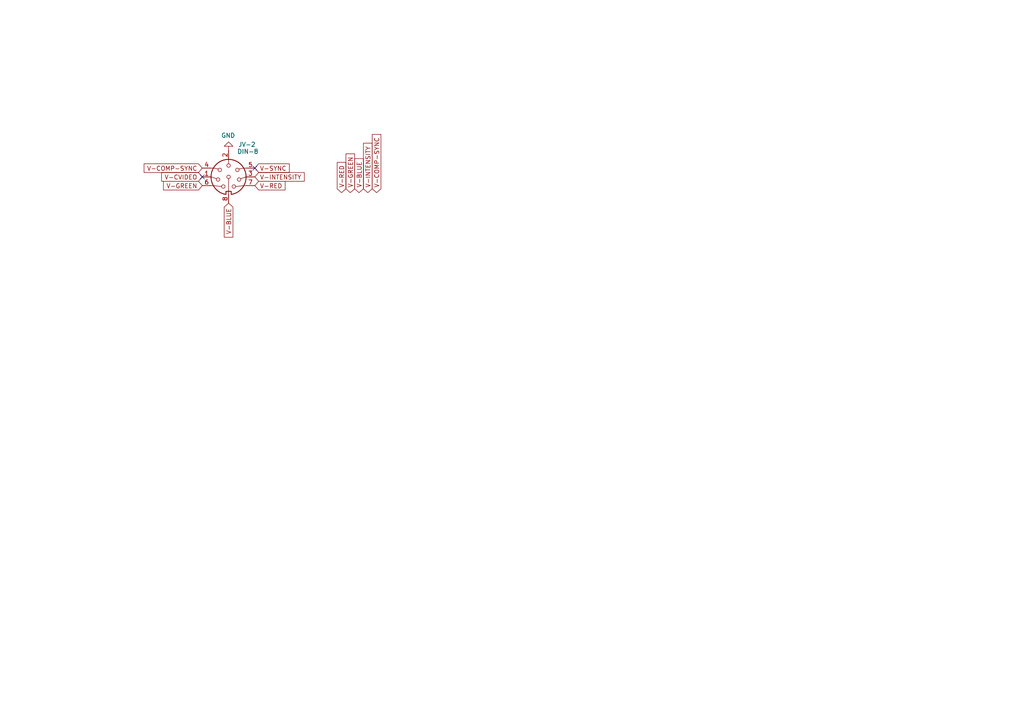
<source format=kicad_sch>
(kicad_sch (version 20230121) (generator eeschema)
  (paper "A4")
  (lib_symbols
    (symbol "Connector:DIN-8" (pin_names (offset 1.016))
      (property "Reference" "J" (at 3.175 5.715 0))
      (property "Value" "DIN-8" (at 2.032 -5.842 0))
      (symbol "DIN-8_0_1"
        (arc (start -5.08 0) (mid -3.8609 -3.3364) (end -0.762 -5.08) (stroke (width 0.254)))
        (circle (center -3.048 -0.762) (radius 0.508))
        (circle (center -2.54 2.032) (radius 0.508))
        (circle (center -1.524 -2.794) (radius 0.508))
        (polyline (pts (xy -5.08 0) (xy -3.556 -0.508)))
        (polyline (pts (xy 0 -0.508) (xy 0 -5.08)))
        (polyline (pts (xy 0 5.08) (xy 0 3.81)))
        (polyline (pts (xy 5.08 0) (xy 3.556 -0.508)))
        (polyline (pts (xy -5.08 -2.54) (xy -4.318 -2.54) (xy -2.032 -2.794)))
        (polyline (pts (xy -5.08 2.54) (xy -4.318 2.54) (xy -3.048 2.286)))
        (polyline (pts (xy 5.08 -2.54) (xy 4.318 -2.54) (xy 2.032 -2.794)))
        (polyline (pts (xy 5.08 2.54) (xy 4.318 2.54) (xy 3.048 2.286)))
        (polyline (pts (xy -0.762 -4.953) (xy -0.762 -4.191) (xy 0.762 -4.191) (xy 0.762 -4.953)) (stroke (width 0.254)))
        (circle (center 0 0) (radius 0.508))
        (circle (center 0 3.302) (radius 0.508))
        (arc (start 0.762 -5.08) (mid 3.8685 -3.343) (end 5.08 0) (stroke (width 0.254)))
        (circle (center 1.524 -2.794) (radius 0.508))
        (circle (center 2.54 2.032) (radius 0.508))
        (circle (center 3.048 -0.762) (radius 0.508))
        (arc (start 5.08 0) (mid 0 5.0579) (end -5.08 0) (stroke (width 0.254)))
      )
      (symbol "DIN-8_1_1"
        (pin passive line (at -7.62 0 0) (length 2.54) (name "~") (number "1"))
        (pin passive line (at 0 7.62 270) (length 2.54) (name "~") (number "2"))
        (pin passive line (at 7.62 0 180) (length 2.54) (name "~") (number "3"))
        (pin passive line (at -7.62 2.54 0) (length 2.54) (name "~") (number "4"))
        (pin passive line (at 7.62 2.54 180) (length 2.54) (name "~") (number "5"))
        (pin passive line (at -7.62 -2.54 0) (length 2.54) (name "~") (number "6"))
        (pin passive line (at 7.62 -2.54 180) (length 2.54) (name "~") (number "7"))
        (pin passive line (at 0 -7.62 90) (length 2.54) (name "~") (number "8"))
      )
    )
    (symbol "power:GND" (power) (pin_names (offset 0))
      (property "Value" "GND" (at 0 -3.81 0))
      (symbol "GND_0_1"
        (polyline (pts (xy 0 0) (xy 0 -1.27) (xy 1.27 -1.27) (xy 0 -2.54) (xy -1.27 -1.27) (xy 0 -1.27)))
      )
      (symbol "GND_1_1"
        (pin power_in line (at 0 0 270) (length 0) hide (name "GND") (number "1"))
      )
    )
  )
  (no_connect (at 58.674 51.308))
  (no_connect (at 73.914 48.768))
  (global_label "V-BLUE" (shape input) (at 104.14 55.88 90) (property "Intersheetrefs" "${INTERSHEET_REFS}" (effects hide)))
  (global_label "V-INTENSITY" (shape input) (at 73.914 51.308 0) (property "Intersheetrefs" "${INTERSHEET_REFS}" (effects hide)))
  (global_label "V-RED" (shape input) (at 99.06 55.88 90) (property "Intersheetrefs" "${INTERSHEET_REFS}" (effects hide)))
  (global_label "V-INTENSITY" (shape input) (at 106.68 55.88 90) (property "Intersheetrefs" "${INTERSHEET_REFS}" (effects hide)))
  (global_label "V-GREEN" (shape input) (at 101.6 55.88 90) (property "Intersheetrefs" "${INTERSHEET_REFS}" (effects hide)))
  (global_label "V-RED" (shape input) (at 73.914 53.848 0) (property "Intersheetrefs" "${INTERSHEET_REFS}" (effects hide)))
  (global_label "V-COMP-SYNC" (shape input) (at 109.22 55.88 90) (property "Intersheetrefs" "${INTERSHEET_REFS}" (effects hide)))
  (global_label "V-SYNC" (shape input) (at 73.914 48.768 0) (property "Intersheetrefs" "${INTERSHEET_REFS}" (effects hide)))
  (global_label "V-COMP-SYNC" (shape input) (at 58.674 48.768 180) (property "Intersheetrefs" "${INTERSHEET_REFS}" (effects hide)))
  (global_label "V-BLUE" (shape input) (at 66.294 58.928 270) (property "Intersheetrefs" "${INTERSHEET_REFS}" (effects hide)))
  (global_label "V-GREEN" (shape input) (at 58.674 53.848 180) (property "Intersheetrefs" "${INTERSHEET_REFS}" (effects hide)))
  (global_label "V-CVIDEO" (shape input) (at 58.674 51.308 180) (property "Intersheetrefs" "${INTERSHEET_REFS}" (effects hide)))
  (symbol (lib_id "Connector:DIN-8") (at 66.294 51.308 0) (unit 1)
    (property "Reference" "JV-2" (at 71.628 41.91 0))
    (property "Value" "DIN-8" (at 71.882 43.942 0))
    (property "Footprint" "DIN-8-PCB:DIN_8_PCB_Right_Angle" (effects hide))
  )
  (symbol (lib_id "power:GND") (at 66.294 43.688 180) (unit 1)
    (property "Reference" "#PWR052" (effects hide))
    (property "Value" "GND" (at 66.167 39.2938 0))
  )
  (symbol (lib_id "Connector:Conn_01x05_Male") (at 104.14 60.96 90) (unit 1)
    (property "Reference" "JV-1" (at 111.4552 57.0484 90) (effects (justify right)))
    (property "Value" "Conn_01x05_Male" (at 111.4552 59.3598 90) (effects (justify right)))
    (property "Footprint" "Connector_PinHeader_2.54mm:PinHeader_1x05_P2.54mm_Vertical" (effects hide))
  )
)
</source>
